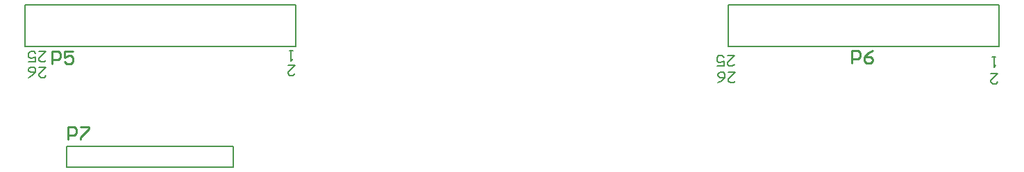
<source format=gto>
G04*
G04 #@! TF.GenerationSoftware,Altium Limited,Altium Designer,24.10.1 (45)*
G04*
G04 Layer_Color=65535*
%FSLAX42Y42*%
%MOMM*%
G71*
G04*
G04 #@! TF.SameCoordinates,6BE155C9-00B4-4612-B876-D31AFA52546B*
G04*
G04*
G04 #@! TF.FilePolarity,Positive*
G04*
G01*
G75*
%ADD10C,0.20*%
%ADD11C,0.25*%
%ADD12C,0.20*%
D10*
X6617Y9423D02*
Y9677D01*
X4585Y9423D02*
X6617D01*
X4585D02*
Y9677D01*
X6617D01*
X12649Y10897D02*
Y11405D01*
X15951Y10897D02*
Y11405D01*
X12649Y10897D02*
X15951D01*
X12649Y11405D02*
X15951D01*
X4077Y10897D02*
Y11405D01*
X7379Y10897D02*
Y11405D01*
X4077Y10897D02*
X7379D01*
X4077Y11405D02*
X7379D01*
D11*
X4600Y9764D02*
Y9916D01*
X4676D01*
X4702Y9891D01*
Y9840D01*
X4676Y9815D01*
X4600D01*
X4752Y9916D02*
X4854D01*
Y9891D01*
X4752Y9789D01*
Y9764D01*
X14161Y10693D02*
Y10846D01*
X14237D01*
X14262Y10820D01*
Y10770D01*
X14237Y10744D01*
X14161D01*
X14414Y10846D02*
X14364Y10820D01*
X14313Y10770D01*
Y10719D01*
X14338Y10693D01*
X14389D01*
X14414Y10719D01*
Y10744D01*
X14389Y10770D01*
X14313D01*
X4407Y10681D02*
Y10833D01*
X4483D01*
X4509Y10808D01*
Y10757D01*
X4483Y10732D01*
X4407D01*
X4661Y10833D02*
X4559D01*
Y10757D01*
X4610Y10782D01*
X4635D01*
X4661Y10757D01*
Y10706D01*
X4635Y10681D01*
X4585D01*
X4559Y10706D01*
D12*
X15854Y10566D02*
X15938D01*
X15854Y10482D01*
Y10461D01*
X15875Y10439D01*
X15917D01*
X15938Y10461D01*
X15913Y10770D02*
X15871D01*
X15892D01*
Y10643D01*
X15913Y10664D01*
X12641Y10782D02*
X12725D01*
X12641Y10698D01*
Y10677D01*
X12662Y10655D01*
X12704D01*
X12725Y10677D01*
X12514Y10655D02*
X12598D01*
Y10719D01*
X12556Y10698D01*
X12535D01*
X12514Y10719D01*
Y10761D01*
X12535Y10782D01*
X12577D01*
X12598Y10761D01*
X12653Y10579D02*
X12738D01*
X12653Y10494D01*
Y10473D01*
X12675Y10452D01*
X12717D01*
X12738Y10473D01*
X12527Y10452D02*
X12569Y10473D01*
X12611Y10516D01*
Y10558D01*
X12590Y10579D01*
X12548D01*
X12527Y10558D01*
Y10537D01*
X12548Y10516D01*
X12611D01*
X7281Y10668D02*
X7366D01*
X7281Y10583D01*
Y10562D01*
X7303Y10541D01*
X7345D01*
X7366Y10562D01*
X7341Y10846D02*
X7298D01*
X7319D01*
Y10719D01*
X7341Y10740D01*
X4246Y10833D02*
X4331D01*
X4246Y10748D01*
Y10727D01*
X4267Y10706D01*
X4310D01*
X4331Y10727D01*
X4119Y10706D02*
X4204D01*
Y10770D01*
X4161Y10748D01*
X4140D01*
X4119Y10770D01*
Y10812D01*
X4140Y10833D01*
X4183D01*
X4204Y10812D01*
X4246Y10643D02*
X4331D01*
X4246Y10558D01*
Y10537D01*
X4267Y10516D01*
X4310D01*
X4331Y10537D01*
X4119Y10516D02*
X4161Y10537D01*
X4204Y10579D01*
Y10621D01*
X4183Y10643D01*
X4140D01*
X4119Y10621D01*
Y10600D01*
X4140Y10579D01*
X4204D01*
M02*

</source>
